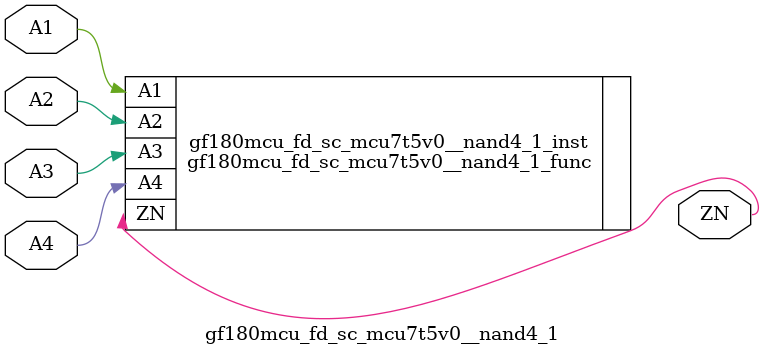
<source format=v>

module gf180mcu_fd_sc_mcu7t5v0__nand4_1( A4, ZN, A3, A2, A1 );
input A1, A2, A3, A4;
output ZN;

   `ifdef FUNCTIONAL  //  functional //

	gf180mcu_fd_sc_mcu7t5v0__nand4_1_func gf180mcu_fd_sc_mcu7t5v0__nand4_1_behav_inst(.A4(A4),.ZN(ZN),.A3(A3),.A2(A2),.A1(A1));

   `else

	gf180mcu_fd_sc_mcu7t5v0__nand4_1_func gf180mcu_fd_sc_mcu7t5v0__nand4_1_inst(.A4(A4),.ZN(ZN),.A3(A3),.A2(A2),.A1(A1));

	// spec_gates_begin


	// spec_gates_end



   specify

	// specify_block_begin

	// comb arc A1 --> ZN
	 (A1 => ZN) = (1.0,1.0);

	// comb arc A2 --> ZN
	 (A2 => ZN) = (1.0,1.0);

	// comb arc A3 --> ZN
	 (A3 => ZN) = (1.0,1.0);

	// comb arc A4 --> ZN
	 (A4 => ZN) = (1.0,1.0);

	// specify_block_end

   endspecify

   `endif

endmodule

</source>
